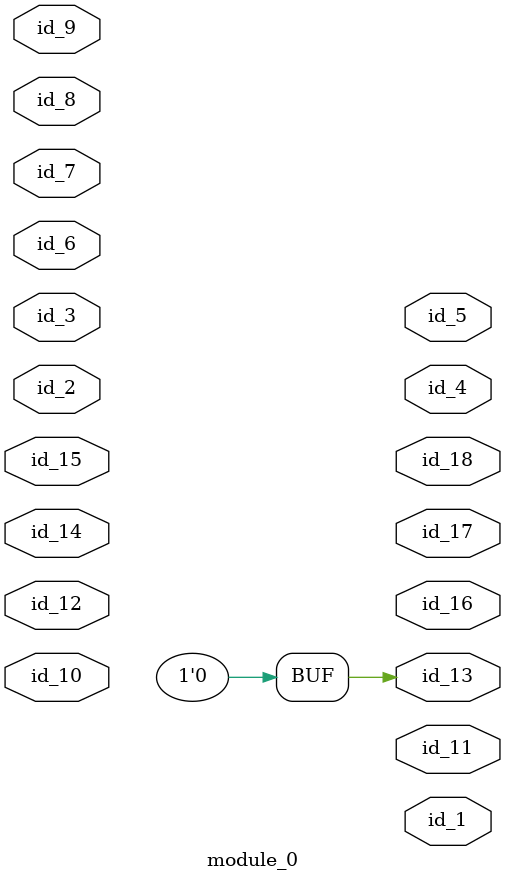
<source format=v>
module module_0 (
    id_1,
    id_2,
    id_3,
    id_4,
    id_5,
    id_6,
    id_7,
    id_8,
    id_9,
    id_10,
    id_11,
    id_12,
    id_13,
    id_14,
    id_15,
    id_16,
    id_17,
    id_18
);
  output id_18;
  output id_17;
  output id_16;
  input id_15;
  inout id_14;
  output id_13;
  inout id_12;
  output id_11;
  inout id_10;
  input id_9;
  input id_8;
  input id_7;
  inout id_6;
  output id_5;
  output id_4;
  inout id_3;
  inout id_2;
  output id_1;
  assign id_13 = 1'b0;
  assign id_13 = 1;
endmodule

</source>
